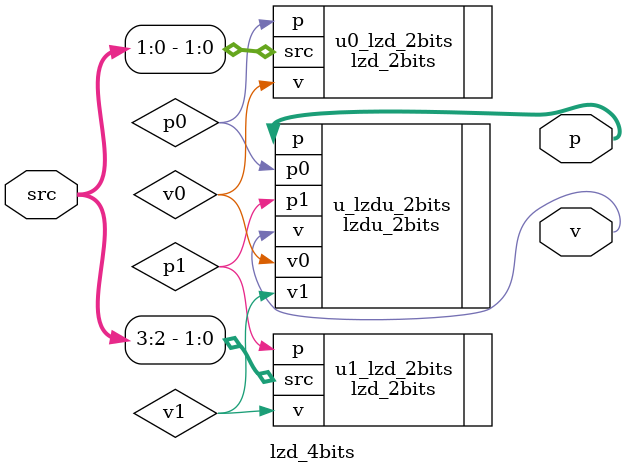
<source format=v>
module lzd_4bits(

    input	[3	:0]	src,
	output	[1	:0]	p  ,
	output			v
);

wire p0, p1;
wire v0, v1;

lzd_2bits u0_lzd_2bits(

    .src(src[1:0]	),
	.p  (p0			),
	.v  (v0			)
);

lzd_2bits u1_lzd_2bits(

    .src(src[3:2]	),
	.p  (p1			),
	.v  (v1			)
);

lzdu_2bits #(2) u_lzdu_2bits(

    .p0(p0	),
	.p1(p1	),
	.v0(v0	),
	.v1(v1	),
	.p (p	),
	.v (v	)
);

endmodule
</source>
